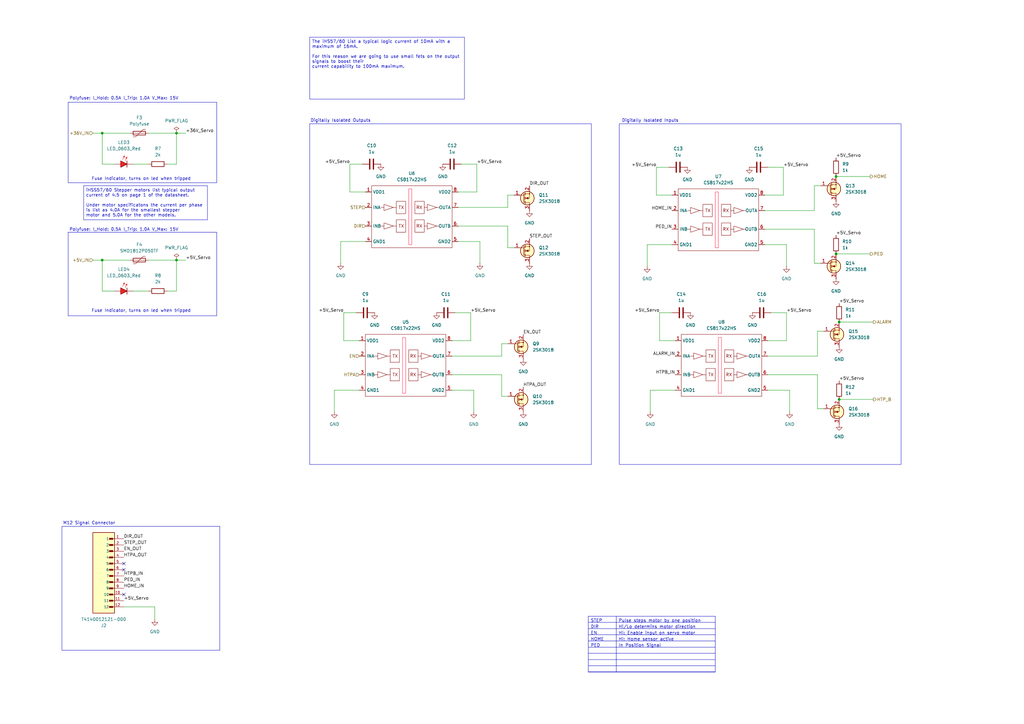
<source format=kicad_sch>
(kicad_sch (version 20250114) (generator "eeschema") (generator_version "9.0")
  (paper "A3")
  (lib_symbols
    (symbol "Device:C" (pin_numbers (hide yes)) (pin_names (offset 0.254))
      (property "Reference" "C" (at 0.635 2.54 0))
      (property "Value" "C" (at 0.635 -2.54 0))
      (symbol "C_0_1"
        (polyline (pts (xy -2.032 0.762) (xy 2.032 0.762)) (stroke (width 0.508)))
        (polyline (pts (xy -2.032 -0.762) (xy 2.032 -0.762)) (stroke (width 0.508)))
      )
      (symbol "C_1_1"
        (pin passive line (at 0 3.81 270) (length 2.794) (name "~") (number "1"))
        (pin passive line (at 0 -3.81 90) (length 2.794) (name "~") (number "2"))
      )
    )
    (symbol "Device:Polyfuse" (pin_numbers (hide yes)) (pin_names (offset 0))
      (property "Reference" "F" (at -2.54 0 90))
      (property "Value" "Polyfuse" (at 2.54 0 90))
      (symbol "Polyfuse_0_1"
        (polyline (pts (xy -1.524 2.54) (xy -1.524 1.524) (xy 1.524 -1.524) (xy 1.524 -2.54)))
        (rectangle (start -0.762 2.54) (end 0.762 -2.54) (stroke (width 0.254)))
        (polyline (pts (xy 0 2.54) (xy 0 -2.54)))
      )
      (symbol "Polyfuse_1_1"
        (pin passive line (at 0 3.81 270) (length 1.27) (name "~") (number "1"))
        (pin passive line (at 0 -3.81 90) (length 1.27) (name "~") (number "2"))
      )
    )
    (symbol "Device:R" (pin_numbers (hide yes)) (pin_names (offset 0))
      (property "Reference" "R" (at 2.032 0 90))
      (property "Value" "R" (at 0 0 90))
      (symbol "R_0_1"
        (rectangle (start -1.016 -2.54) (end 1.016 2.54) (stroke (width 0.254)))
      )
      (symbol "R_1_1"
        (pin passive line (at 0 3.81 270) (length 1.27) (name "~") (number "1"))
        (pin passive line (at 0 -3.81 90) (length 1.27) (name "~") (number "2"))
      )
    )
    (symbol "PCM_LED_AKL:LED_0603_Red" (pin_numbers (hide yes)) (pin_names (offset 1.016) (hide yes))
      (property "Reference" "LED" (at 0 7.62 0))
      (property "Value" "LED_0603_Red" (at 0 5.08 0))
      (symbol "LED_0603_Red_0_1"
        (polyline (pts (xy -1.27 1.27) (xy -1.27 -1.27) (xy 1.27 0) (xy -1.27 1.27)) (stroke (width 0.254)) (fill (type color) (color 240 30 30 1)))
        (polyline (pts (xy -0.508 1.905) (xy 0.254 3.429)) (stroke (width 0.1524) (color 240 30 30 1)))
        (polyline (pts (xy 0.254 2.794) (xy -0.254 3.048) (xy 0.254 3.429) (xy 0.254 2.794)) (stroke (width 0) (color 240 30 30 1)) (fill (type outline)))
        (polyline (pts (xy 0.508 1.397) (xy 1.27 2.921)) (stroke (width 0.1524) (color 240 30 30 1)))
        (polyline (pts (xy 1.27 2.286) (xy 0.762 2.54) (xy 1.27 2.921) (xy 1.27 2.286)) (stroke (width 0.1524) (color 240 30 30 1)) (fill (type outline)))
        (polyline (pts (xy 1.27 1.27) (xy 1.27 -1.27)) (stroke (width 0.254)))
      )
      (symbol "LED_0603_Red_0_2"
        (polyline (pts (xy -2.54 -2.54) (xy -0.889 -0.889)))
        (polyline (pts (xy -1.651 0.889) (xy -2.159 2.413)) (stroke (width 0) (color 240 30 30 1)))
        (polyline (pts (xy -0.889 -0.889) (xy -1.778 0) (xy 0.889 0.889) (xy 0 -1.778) (xy -0.889 -0.889)) (stroke (width 0.254)) (fill (type color) (color 240 30 30 1)))
        (polyline (pts (xy -0.508 1.27) (xy -1.016 2.794)) (stroke (width 0) (color 240 30 30 1)))
        (polyline (pts (xy 0 1.778) (xy 1.778 0)) (stroke (width 0.254)))
        (polyline (pts (xy 0.889 0.889) (xy 2.54 2.54)))
      )
      (symbol "LED_0603_Red_1_1"
        (pin passive line (at -3.81 0 0) (length 2.54) (name "A") (number "2"))
        (pin passive line (at 3.81 0 180) (length 2.54) (name "K") (number "1"))
      )
      (symbol "LED_0603_Red_1_2"
        (polyline (pts (xy -2.159 2.413) (xy -2.286 1.778) (xy -1.6764 1.9812) (xy -2.159 2.413)) (stroke (width 0) (color 240 30 30 1)) (fill (type outline)))
        (polyline (pts (xy -1.016 2.794) (xy -1.143 2.159) (xy -0.5334 2.3622) (xy -1.016 2.794)) (stroke (width 0) (color 240 30 30 1)) (fill (type outline)))
        (pin passive line (at -2.54 -2.54 0) (length 0) (name "A") (number "2"))
        (pin passive line (at 2.54 2.54 180) (length 0) (name "K") (number "1"))
      )
    )
    (symbol "PCM_Transistor_MOSFET_AKL:2SK3018" (pin_names (hide yes))
      (property "Reference" "Q" (at 5.08 1.27 0))
      (property "Value" "2SK3018" (at 5.08 -1.27 0))
      (symbol "2SK3018_0_1"
        (polyline (pts (xy 0.254 1.905) (xy 0.254 -1.905)) (stroke (width 0.254)))
        (polyline (pts (xy 0.254 -1.27) (xy -2.54 -1.27)))
        (polyline (pts (xy 0.762 2.286) (xy 0.762 1.27)) (stroke (width 0.254)))
        (polyline (pts (xy 0.762 0.508) (xy 0.762 -0.508)) (stroke (width 0.254)))
        (polyline (pts (xy 0.762 -1.27) (xy 0.762 -2.286)) (stroke (width 0.254)))
        (polyline (pts (xy 0.762 -1.778) (xy 2.54 -1.778)))
        (polyline (pts (xy 1.016 0) (xy 2.032 0.381) (xy 2.032 -0.381) (xy 1.016 0)) (fill (type outline)))
        (circle (center 1.651 0) (radius 2.794) (stroke (width 0.254)) (fill (type background)))
        (polyline (pts (xy 2.54 2.54) (xy 2.54 1.778)))
        (polyline (pts (xy 2.54 1.778) (xy 0.762 1.778)))
        (circle (center 2.54 -1.778) (radius 0.1778) (fill (type outline)))
        (polyline (pts (xy 2.54 -2.54) (xy 2.54 0) (xy 0.762 0)))
      )
      (symbol "2SK3018_1_1"
        (pin input line (at -3.81 -1.27 0) (length 2.54) (name "G") (number "1"))
        (pin passive line (at 2.54 5.08 270) (length 2.54) (name "D") (number "3"))
        (pin passive line (at 2.54 -5.08 90) (length 2.54) (name "S") (number "2"))
      )
    )
    (symbol "T4140012121-000:T4140012121-000" (pin_names (offset 1.016))
      (property "Reference" "J" (at -3.81 15.875 0))
      (property "Value" "T4140012121-000" (at -3.81 -20.32 0))
      (symbol "T4140012121-000_0_0"
        (rectangle (start -3.81 -17.78) (end 5.08 15.24) (stroke (width 0.254)) (fill (type background)))
        (rectangle (start -3.175 12.3825) (end -1.5875 13.0175) (stroke (width 0.1)) (fill (type outline)))
        (rectangle (start -3.175 9.8425) (end -1.5875 10.4775) (stroke (width 0.1)) (fill (type outline)))
        (rectangle (start -3.175 7.3025) (end -1.5875 7.9375) (stroke (width 0.1)) (fill (type outline)))
        (rectangle (start -3.175 4.7625) (end -1.5875 5.3975) (stroke (width 0.1)) (fill (type outline)))
        (rectangle (start -3.175 2.2225) (end -1.5875 2.8575) (stroke (width 0.1)) (fill (type outline)))
        (rectangle (start -3.175 -0.3175) (end -1.5875 0.3175) (stroke (width 0.1)) (fill (type outline)))
        (rectangle (start -3.175 -2.8575) (end -1.5875 -2.2225) (stroke (width 0.1)) (fill (type outline)))
        (rectangle (start -3.175 -5.3975) (end -1.5875 -4.7625) (stroke (width 0.1)) (fill (type outline)))
        (rectangle (start -3.175 -7.9375) (end -1.5875 -7.3025) (stroke (width 0.1)) (fill (type outline)))
        (rectangle (start -3.175 -10.4775) (end -1.5875 -9.8425) (stroke (width 0.1)) (fill (type outline)))
        (rectangle (start -3.175 -13.0175) (end -1.5875 -12.3825) (stroke (width 0.1)) (fill (type outline)))
        (rectangle (start -3.175 -15.5575) (end -1.5875 -14.9225) (stroke (width 0.1)) (fill (type outline)))
        (pin passive line (at -7.62 12.7 0) (length 5.08) (name "1") (number "1"))
        (pin passive line (at -7.62 10.16 0) (length 5.08) (name "2") (number "2"))
        (pin passive line (at -7.62 7.62 0) (length 5.08) (name "3") (number "3"))
        (pin passive line (at -7.62 5.08 0) (length 5.08) (name "4") (number "4"))
        (pin passive line (at -7.62 2.54 0) (length 5.08) (name "5") (number "5"))
        (pin passive line (at -7.62 0 0) (length 5.08) (name "6") (number "6"))
        (pin passive line (at -7.62 -2.54 0) (length 5.08) (name "7") (number "7"))
        (pin passive line (at -7.62 -5.08 0) (length 5.08) (name "8") (number "8"))
        (pin passive line (at -7.62 -7.62 0) (length 5.08) (name "9") (number "9"))
        (pin passive line (at -7.62 -10.16 0) (length 5.08) (name "10") (number "10"))
        (pin passive line (at -7.62 -12.7 0) (length 5.08) (name "11") (number "11"))
        (pin passive line (at -7.62 -15.24 0) (length 5.08) (name "12") (number "12"))
      )
    )
    (symbol "mega_shield:CS817x20HS"
      (property "Reference" "U" (at 0 0 0))
      (property "Value" "CS817x22HS" (at 0 0 0))
      (symbol "CS817x20HS_0_1"
        (rectangle (start -16.51 12.7) (end 16.51 -12.7))
        (polyline (pts (xy -11.43 3.81) (xy -12.7 3.81)))
        (polyline (pts (xy -11.43 -3.81) (xy -12.7 -3.81)))
        (polyline (pts (xy -7.62 3.81) (xy -11.43 2.54) (xy -11.43 5.08) (xy -7.62 3.81)))
        (polyline (pts (xy -7.62 -3.81) (xy -11.43 -5.08) (xy -11.43 -2.54) (xy -7.62 -3.81)))
        (polyline (pts (xy -6.35 3.81) (xy -7.62 3.81)))
        (polyline (pts (xy -6.35 -3.81) (xy -7.62 -3.81)))
        (polyline (pts (xy -2.54 6.35) (xy -2.54 1.27) (xy -6.35 1.27) (xy -6.35 6.35) (xy -2.54 6.35)))
        (polyline (pts (xy -2.54 -1.27) (xy -2.54 -6.35) (xy -6.35 -6.35) (xy -6.35 -1.27) (xy -2.54 -1.27)))
        (polyline (pts (xy 5.08 6.35) (xy 5.08 1.27) (xy 1.27 1.27) (xy 1.27 6.35) (xy 5.08 6.35)))
        (polyline (pts (xy 5.08 -1.27) (xy 5.08 -6.35) (xy 1.27 -6.35) (xy 1.27 -1.27) (xy 5.08 -1.27)))
        (polyline (pts (xy 6.35 3.81) (xy 5.08 3.81)))
        (polyline (pts (xy 6.35 -3.81) (xy 5.08 -3.81)))
        (polyline (pts (xy 10.16 3.81) (xy 11.43 3.81)))
        (polyline (pts (xy 10.16 3.81) (xy 6.35 2.54) (xy 6.35 5.08) (xy 10.16 3.81)))
        (polyline (pts (xy 10.16 -3.81) (xy 11.43 -3.81)))
        (polyline (pts (xy 10.16 -3.81) (xy 6.35 -2.54) (xy 6.35 -5.08) (xy 10.16 -3.81)))
      )
      (symbol "CS817x20HS_1_1"
        (rectangle (start -1.27 11.43) (end 0 -11.43) (stroke (width 0) (color 255 23 61 1)))
        (text "TX" (at -4.318 3.81 0) (effects (font (size 1.27 1.27))))
        (text "TX" (at -4.318 -3.81 0) (effects (font (size 1.27 1.27))))
        (text "RX" (at 3.048 3.81 0) (effects (font (size 1.27 1.27))))
        (text "RX" (at 3.048 -3.81 0) (effects (font (size 1.27 1.27))))
        (pin power_in line (at -19.05 10.16 0) (length 2.54) (name "VDD1") (number "1"))
        (pin input line (at -19.05 3.81 0) (length 2.54) (name "INA") (number "2"))
        (pin input line (at -19.05 -3.81 0) (length 2.54) (name "INB") (number "3"))
        (pin power_in line (at -19.05 -10.16 0) (length 2.54) (name "GND1") (number "4"))
        (pin power_in line (at 19.05 10.16 180) (length 2.54) (name "VDD2") (number "8"))
        (pin output line (at 19.05 3.81 180) (length 2.54) (name "OUTA") (number "7"))
        (pin output line (at 19.05 -3.81 180) (length 2.54) (name "OUTB") (number "6"))
        (pin output line (at 19.05 -10.16 180) (length 2.54) (name "GND2") (number "5"))
      )
    )
    (symbol "power:GND" (power) (pin_numbers (hide yes)) (pin_names (offset 0) (hide yes))
      (property "Value" "GND" (at 0 -3.81 0))
      (symbol "GND_0_1"
        (polyline (pts (xy 0 0) (xy 0 -1.27) (xy 1.27 -1.27) (xy 0 -2.54) (xy -1.27 -1.27) (xy 0 -1.27)))
      )
      (symbol "GND_1_1"
        (pin power_in line (at 0 0 270) (length 0) (name "~") (number "1"))
      )
    )
    (symbol "power:PWR_FLAG" (power) (pin_numbers (hide yes)) (pin_names (offset 0) (hide yes))
      (property "Value" "PWR_FLAG" (at 0 3.81 0))
      (symbol "PWR_FLAG_0_0"
        (pin power_out line (at 0 0 90) (length 0) (name "~") (number "1"))
      )
      (symbol "PWR_FLAG_0_1"
        (polyline (pts (xy 0 0) (xy 0 1.27) (xy -1.016 1.905) (xy 0 2.54) (xy 1.016 1.905) (xy 0 1.27)))
      )
    )
  )
  (rectangle (start 25.4 215.9) (end 90.17 266.7))
  (rectangle (start 27.94 95.25) (end 88.9 129.54))
  (rectangle (start 27.94 41.91) (end 88.9 74.93))
  (rectangle (start 127 50.8) (end 242.57 190.5))
  (rectangle (start 254 50.8) (end 369.57 190.5))
  (text "Digitally Isolated Inputs" (at 266.7 49.53 0) (effects (font (size 1.27 1.27))))
  (text "M12 Signal Connector" (at 36.576 214.63 0) (effects (font (size 1.27 1.27))))
  (text "Polyfuse: I_Hold: 0.5A I_Trip: 1.0A V_Max: 15V" (at 50.8 94.234 0) (effects (font (size 1.27 1.27))))
  (text "Polyfuse: I_Hold: 0.5A I_Trip: 1.0A V_Max: 15V" (at 50.8 40.386 0) (effects (font (size 1.27 1.27))))
  (text "Digitally Isolated Outputs" (at 139.7 49.53 0) (effects (font (size 1.27 1.27))))
  (text "Fuse Indicator, turns on led when tripped" (at 57.912 127.508 0) (effects (font (size 1.27 1.27))))
  (text "Fuse Indicator, turns on led when tripped" (at 57.912 73.406 0) (effects (font (size 1.27 1.27))))
  (text_box "The iHS57/60 List a typical logic current of 10mA with a maximum of 16mA.\n\nFor this reason we are going to use small fets on the output signals to boost their\ncurrent capability to 100mA maximum." (at 127 15.24 0) (size 63.5 25.4) (margins 0.9525 0.9525 0.9525 0.9525) (effects (font (size 1.27 1.27)) (justify left top)))
  (text_box "iHSS57/60 Stepper motors list typical output current of 4.5 on page 1 of the datasheet.\n\nUnder motor specificatons the current per phase is list as 4.0A for the smallest stepper\nmotor and 5.0A for the other models.\n" (at 34.29 76.2 0) (size 50.8 13.97) (margins 0.9525 0.9525 0.9525 0.9525) (effects (font (size 1.27 1.27)) (justify left top)))
  (junction (at 342.9 104.14))
  (junction (at 41.91 106.68))
  (junction (at 342.9 72.39))
  (junction (at 41.91 54.61))
  (junction (at 344.17 132.08))
  (junction (at 344.17 163.83))
  (junction (at 72.39 106.68))
  (junction (at 72.39 54.61))
  (no_connect (at 50.8 233.68))
  (no_connect (at 50.8 231.14))
  (no_connect (at 50.8 243.84))
  (wire (pts (xy 140.97 139.7) (xy 147.32 139.7)))
  (wire (pts (xy 60.96 54.61) (xy 72.39 54.61)))
  (wire (pts (xy 314.96 153.67) (xy 335.28 153.67)))
  (wire (pts (xy 187.96 99.06) (xy 196.85 99.06)))
  (wire (pts (xy 208.28 85.09) (xy 187.96 85.09)))
  (wire (pts (xy 187.96 92.71) (xy 208.28 92.71)))
  (wire (pts (xy 194.31 168.91) (xy 194.31 160.02)))
  (wire (pts (xy 143.51 67.31) (xy 143.51 78.74)))
  (wire (pts (xy 269.24 68.58) (xy 269.24 80.01)))
  (wire (pts (xy 139.7 99.06) (xy 139.7 107.95)))
  (wire (pts (xy 313.69 100.33) (xy 322.58 100.33)))
  (wire (pts (xy 208.28 80.01) (xy 208.28 85.09)))
  (wire (pts (xy 274.32 68.58) (xy 269.24 68.58)))
  (wire (pts (xy 41.91 67.31) (xy 41.91 54.61)))
  (wire (pts (xy 336.55 76.2) (xy 334.01 76.2)))
  (wire (pts (xy 269.24 80.01) (xy 275.59 80.01)))
  (wire (pts (xy 270.51 139.7) (xy 276.86 139.7)))
  (wire (pts (xy 41.91 106.68) (xy 53.34 106.68)))
  (wire (pts (xy 38.1 106.68) (xy 41.91 106.68)))
  (wire (pts (xy 196.85 107.95) (xy 196.85 99.06)))
  (wire (pts (xy 146.05 128.27) (xy 140.97 128.27)))
  (wire (pts (xy 344.17 132.08) (xy 358.14 132.08)))
  (wire (pts (xy 313.69 93.98) (xy 334.01 93.98)))
  (wire (pts (xy 210.82 101.6) (xy 208.28 101.6)))
  (wire (pts (xy 72.39 54.61) (xy 76.2 54.61)))
  (wire (pts (xy 50.8 248.92) (xy 63.5 248.92)))
  (wire (pts (xy 205.74 140.97) (xy 205.74 146.05)))
  (wire (pts (xy 186.69 128.27) (xy 193.04 128.27)))
  (wire (pts (xy 46.99 119.38) (xy 41.91 119.38)))
  (wire (pts (xy 60.96 106.68) (xy 72.39 106.68)))
  (wire (pts (xy 193.04 139.7) (xy 185.42 139.7)))
  (wire (pts (xy 41.91 106.68) (xy 41.91 119.38)))
  (wire (pts (xy 322.58 128.27) (xy 322.58 139.7)))
  (wire (pts (xy 63.5 248.92) (xy 63.5 254)))
  (wire (pts (xy 72.39 106.68) (xy 76.2 106.68)))
  (wire (pts (xy 208.28 101.6) (xy 208.28 92.71)))
  (wire (pts (xy 195.58 78.74) (xy 187.96 78.74)))
  (wire (pts (xy 335.28 167.64) (xy 335.28 153.67)))
  (wire (pts (xy 322.58 109.22) (xy 322.58 100.33)))
  (wire (pts (xy 68.58 67.31) (xy 72.39 67.31)))
  (wire (pts (xy 68.58 119.38) (xy 72.39 119.38)))
  (wire (pts (xy 148.59 67.31) (xy 143.51 67.31)))
  (wire (pts (xy 275.59 100.33) (xy 265.43 100.33)))
  (wire (pts (xy 189.23 67.31) (xy 195.58 67.31)))
  (wire (pts (xy 140.97 128.27) (xy 140.97 139.7)))
  (wire (pts (xy 337.82 135.89) (xy 335.28 135.89)))
  (wire (pts (xy 54.61 119.38) (xy 60.96 119.38)))
  (wire (pts (xy 322.58 139.7) (xy 314.96 139.7)))
  (wire (pts (xy 205.74 146.05) (xy 185.42 146.05)))
  (wire (pts (xy 342.9 72.39) (xy 356.87 72.39)))
  (wire (pts (xy 275.59 128.27) (xy 270.51 128.27)))
  (wire (pts (xy 334.01 76.2) (xy 334.01 86.36)))
  (wire (pts (xy 210.82 80.01) (xy 208.28 80.01)))
  (wire (pts (xy 195.58 67.31) (xy 195.58 78.74)))
  (wire (pts (xy 143.51 78.74) (xy 149.86 78.74)))
  (wire (pts (xy 265.43 100.33) (xy 265.43 109.22)))
  (wire (pts (xy 337.82 167.64) (xy 335.28 167.64)))
  (wire (pts (xy 270.51 128.27) (xy 270.51 139.7)))
  (wire (pts (xy 149.86 99.06) (xy 139.7 99.06)))
  (wire (pts (xy 323.85 168.91) (xy 323.85 160.02)))
  (wire (pts (xy 54.61 67.31) (xy 60.96 67.31)))
  (wire (pts (xy 72.39 67.31) (xy 72.39 54.61)))
  (wire (pts (xy 335.28 135.89) (xy 335.28 146.05)))
  (wire (pts (xy 193.04 128.27) (xy 193.04 139.7)))
  (wire (pts (xy 185.42 153.67) (xy 205.74 153.67)))
  (wire (pts (xy 41.91 54.61) (xy 53.34 54.61)))
  (wire (pts (xy 344.17 163.83) (xy 358.14 163.83)))
  (wire (pts (xy 316.23 128.27) (xy 322.58 128.27)))
  (wire (pts (xy 185.42 160.02) (xy 194.31 160.02)))
  (wire (pts (xy 314.96 68.58) (xy 321.31 68.58)))
  (wire (pts (xy 137.16 160.02) (xy 137.16 168.91)))
  (wire (pts (xy 205.74 162.56) (xy 205.74 153.67)))
  (wire (pts (xy 46.99 67.31) (xy 41.91 67.31)))
  (wire (pts (xy 336.55 107.95) (xy 334.01 107.95)))
  (wire (pts (xy 208.28 162.56) (xy 205.74 162.56)))
  (wire (pts (xy 321.31 80.01) (xy 313.69 80.01)))
  (wire (pts (xy 276.86 160.02) (xy 266.7 160.02)))
  (wire (pts (xy 321.31 68.58) (xy 321.31 80.01)))
  (wire (pts (xy 266.7 160.02) (xy 266.7 168.91)))
  (wire (pts (xy 334.01 86.36) (xy 313.69 86.36)))
  (wire (pts (xy 208.28 140.97) (xy 205.74 140.97)))
  (wire (pts (xy 334.01 107.95) (xy 334.01 93.98)))
  (wire (pts (xy 147.32 160.02) (xy 137.16 160.02)))
  (wire (pts (xy 342.9 104.14) (xy 356.87 104.14)))
  (wire (pts (xy 314.96 160.02) (xy 323.85 160.02)))
  (wire (pts (xy 38.1 54.61) (xy 41.91 54.61)))
  (wire (pts (xy 72.39 106.68) (xy 72.39 119.38)))
  (wire (pts (xy 335.28 146.05) (xy 314.96 146.05)))
  (table (column_count 2) (border (external yes) (header yes)) (separators (rows yes) (cols yes)) (column_widths 11.43 40.64) (row_heights 2.54 2.54 2.54 2.54 2.54 2.54 2.54 2.54 2.54 0) (cells (table_cell "STEP" (at 241.3 252.73 0) (size 11.43 2.54) (margins 0.9525 0.9525 0.9525 0.9525) (span 1 1)) (table_cell "Pulse steps motor by one position" (at 252.73 252.73 0) (size 40.64 2.54) (margins 0.9525 0.9525 0.9525 0.9525) (span 1 1)) (table_cell "DIR" (at 241.3 255.27 0) (size 11.43 2.54) (margins 0.9525 0.9525 0.9525 0.9525) (span 1 1)) (table_cell "Hi/Lo determins motor direction" (at 252.73 255.27 0) (size 40.64 2.54) (margins 0.9525 0.9525 0.9525 0.9525) (span 1 1)) (table_cell "EN" (at 241.3 257.81 0) (size 11.43 2.54) (margins 0.9525 0.9525 0.9525 0.9525) (span 1 1)) (table_cell "Hi: Enable input on servo motor" (at 252.73 257.81 0) (size 40.64 2.54) (margins 0.9525 0.9525 0.9525 0.9525) (span 1 1)) (table_cell "HOME" (at 241.3 260.35 0) (size 11.43 2.54) (margins 0.9525 0.9525 0.9525 0.9525) (span 1 1)) (table_cell "Hi: Home sensor active" (at 252.73 260.35 0) (size 40.64 2.54) (margins 0.9525 0.9525 0.9525 0.9525) (span 1 1)) (table_cell "PED" (at 241.3 262.89 0) (size 11.43 2.54) (margins 0.9525 0.9525 0.9525 0.9525) (span 1 1)) (table_cell "In Position Signal" (at 252.73 262.89 0) (size 40.64 2.54) (margins 0.9525 0.9525 0.9525 0.9525) (span 1 1)) (table_cell "" (at 241.3 265.43 0) (size 11.43 2.54) (margins 0.9525 0.9525 0.9525 0.9525) (span 1 1)) (table_cell "" (at 252.73 265.43 0) (size 40.64 2.54) (margins 0.9525 0.9525 0.9525 0.9525) (span 1 1)) (table_cell "" (at 241.3 267.97 0) (size 11.43 2.54) (margins 0.9525 0.9525 0.9525 0.9525) (span 1 1)) (table_cell "" (at 252.73 267.97 0) (size 40.64 2.54) (margins 0.9525 0.9525 0.9525 0.9525) (span 1 1)) (table_cell "" (at 241.3 270.51 0) (size 11.43 2.54) (margins 0.9525 0.9525 0.9525 0.9525) (span 1 1)) (table_cell "" (at 252.73 270.51 0) (size 40.64 2.54) (margins 0.9525 0.9525 0.9525 0.9525) (span 1 1)) (table_cell "" (at 241.3 273.05 0) (size 11.43 2.54) (margins 0.9525 0.9525 0.9525 0.9525) (span 1 1)) (table_cell "" (at 252.73 273.05 0) (size 40.64 2.54) (margins 0.9525 0.9525 0.9525 0.9525) (span 1 1)) (table_cell "" (at 241.3 275.59 0) (size 11.43 0) (margins 0.9525 0.9525 0.9525 0.9525) (span 1 1)) (table_cell "" (at 252.73 275.59 0) (size 40.64 0) (margins 0.9525 0.9525 0.9525 0.9525) (span 1 1))))
  (label "+5V_Servo" (at 269.24 68.58 180))
  (label "+5V_Servo" (at 342.9 64.77 0))
  (label "+5V_Servo" (at 270.51 128.27 180))
  (label "PED_IN" (at 275.59 93.98 180))
  (label "+5V_Servo" (at 195.58 67.31 0))
  (label "ALARM_IN" (at 276.86 146.05 180))
  (label "+5V_Servo" (at 76.2 106.68 0))
  (label "HOME_IN" (at 50.8 241.3 0))
  (label "+5V_Servo" (at 193.04 128.27 0))
  (label "+5V_Servo" (at 344.17 156.21 0))
  (label "EN_OUT" (at 50.8 226.06 0))
  (label "+5V_Servo" (at 342.9 96.52 0))
  (label "+5V_Servo" (at 50.8 246.38 0))
  (label "HTPA_OUT" (at 50.8 228.6 0))
  (label "STEP_OUT" (at 217.17 97.79 0))
  (label "+5V_Servo" (at 344.17 124.46 0))
  (label "+5V_Servo" (at 322.58 128.27 0))
  (label "+5V_Servo" (at 140.97 128.27 180))
  (label "HTPB_IN" (at 50.8 236.22 0))
  (label "HTPA_OUT" (at 214.63 158.75 0))
  (label "+5V_Servo" (at 143.51 67.31 180))
  (label "HOME_IN" (at 275.59 86.36 180))
  (label "EN_OUT" (at 214.63 137.16 0))
  (label "PED_IN" (at 50.8 238.76 0))
  (label "HTPB_IN" (at 276.86 153.67 180))
  (label "+5V_Servo" (at 321.31 68.58 0))
  (label "+36V_Servo" (at 76.2 54.61 0))
  (label "STEP_OUT" (at 50.8 223.52 0))
  (label "DIR_OUT" (at 217.17 76.2 0))
  (label "DIR_OUT" (at 50.8 220.98 0))
  (hierarchical_label "HTPA" (shape input) (at 147.32 153.67 180))
  (hierarchical_label "HOME" (shape output) (at 356.87 72.39 0))
  (hierarchical_label "ALARM" (shape output) (at 358.14 132.08 0))
  (hierarchical_label "+36V_IN" (shape input) (at 38.1 54.61 180))
  (hierarchical_label "HTP_B" (shape output) (at 358.14 163.83 0))
  (hierarchical_label "STEP" (shape input) (at 149.86 85.09 180))
  (hierarchical_label "DIR" (shape input) (at 149.86 92.71 180))
  (hierarchical_label "EN" (shape input) (at 147.32 146.05 180))
  (hierarchical_label "PED" (shape output) (at 356.87 104.14 0))
  (hierarchical_label "+5V_IN" (shape input) (at 38.1 106.68 180))
  (symbol (lib_id "mega_shield:CS817x20HS") (at 295.91 149.86 0) (unit 1)
    (property "Reference" "U4" (at 295.91 132.08 0))
    (property "Value" "CS817x22HS" (at 295.91 134.62 0))
    (property "Footprint" "Package_SO:SOIC-8_3.9x4.9mm_P1.27mm" (effects (hide yes)))
    (property "Description" "Low-Power Dual-Channel Digital Isolator" (effects (hide yes)))
    (instances (project "mega_shield" (path "" (reference "U8") (unit 1)) (path "" (reference "U4") (unit 1))))
  )
  (symbol (lib_id "power:GND") (at 139.7 107.95 0) (unit 1)
    (property "Reference" "#PWR" (effects (hide yes)))
    (property "Value" "GND" (at 139.7 113.03 0))
    (property "Description" "Power symbol creates a global label with name \"GND\" , ground" (effects (hide yes)))
    (instances (project "mega_shield" (path "" (reference "#PWR031") (unit 1))))
  )
  (symbol (lib_id "T4140012121-000:T4140012121-000") (at 43.18 233.68 0) (mirror y) (unit 1)
    (property "Reference" "J" (at 42.545 256.54 0))
    (property "Value" "T4140012121-000" (at 42.545 254 0))
    (property "Footprint" "T4140012121-000:TE_T4140012121-000" (effects (hide yes)))
    (property "PARTREV" "B" (effects (hide yes)))
    (property "STANDARD" "Manufacturer Recommendations" (effects (hide yes)))
    (property "MAXIMUM_PACKAGE_HEIGHT" "23mm" (effects (hide yes)))
    (property "MANUFACTURER" "TE Connectivity" (effects (hide yes)))
    (instances (project "mega_shield" (path "" (reference "J2") (unit 1))))
  )
  (symbol (lib_id "power:GND") (at 344.17 173.99 0) (unit 1)
    (property "Reference" "#PWR027" (effects (hide yes)))
    (property "Value" "GND" (at 344.17 179.07 0))
    (property "Description" "Power symbol creates a global label with name \"GND\" , ground" (effects (hide yes)))
    (instances (project "mega_shield" (path "" (reference "#PWR053") (unit 1)) (path "" (reference "#PWR027") (unit 1))))
  )
  (symbol (lib_id "Device:C") (at 312.42 128.27 90) (unit 1)
    (property "Reference" "C8" (at 312.42 120.65 90))
    (property "Value" "1u" (at 312.42 123.19 90))
    (property "Description" "Unpolarized capacitor" (effects (hide yes)))
    (instances (project "mega_shield" (path "" (reference "C16") (unit 1)) (path "" (reference "C8") (unit 1))))
  )
  (symbol (lib_id "PCM_Transistor_MOSFET_AKL:2SK3018") (at 212.09 163.83 0) (mirror x) (unit 1)
    (property "Reference" "Q4" (at 218.44 162.5599 0) (effects (justify left)))
    (property "Value" "2SK3018" (at 218.44 165.0999 0) (effects (justify left)))
    (property "Footprint" "PCM_Package_TO_SOT_SMD_AKL:SOT-323_SC-70" (effects (hide yes)))
    (property "Datasheet" "https://www.tme.eu/Document/b7f69991697dc3f1bab7ef8aaf2c7541/2SK3018.pdf" (effects (hide yes)))
    (property "Description" "SOT-323 N-MOSFET enchancement mode transistor, 30V, 100mA, 200mW, Alternate KiCAD Library" (effects (hide yes)))
    (instances (project "mega_shield" (path "" (reference "Q10") (unit 1)) (path "" (reference "Q4") (unit 1))))
  )
  (symbol (lib_id "PCM_LED_AKL:LED_0603_Red") (at 50.8 119.38 0) (unit 1)
    (property "Reference" "LED2" (at 50.8 110.49 0))
    (property "Value" "LED_0603_Red" (at 50.8 113.03 0))
    (property "Footprint" "PCM_LED_SMD_AKL:LED_0603_1608Metric" (effects (hide yes)))
    (property "Description" "Red SMD LED, 0603, Alternate KiCad Library" (effects (hide yes)))
    (property "jlcpcb" "C94743" (effects (hide yes)))
    (instances (project "mega_shield" (path "" (reference "LED4") (unit 1)) (path "" (reference "LED2") (unit 1))))
  )
  (symbol (lib_id "PCM_Transistor_MOSFET_AKL:2SK3018") (at 341.63 168.91 0) (mirror x) (unit 1)
    (property "Reference" "Q8" (at 347.98 167.6399 0) (effects (justify left)))
    (property "Value" "2SK3018" (at 347.98 170.1799 0) (effects (justify left)))
    (property "Footprint" "PCM_Package_TO_SOT_SMD_AKL:SOT-323_SC-70" (effects (hide yes)))
    (property "Datasheet" "https://www.tme.eu/Document/b7f69991697dc3f1bab7ef8aaf2c7541/2SK3018.pdf" (effects (hide yes)))
    (property "Description" "SOT-323 N-MOSFET enchancement mode transistor, 30V, 100mA, 200mW, Alternate KiCAD Library" (effects (hide yes)))
    (instances (project "mega_shield" (path "" (reference "Q16") (unit 1)) (path "" (reference "Q8") (unit 1))))
  )
  (symbol (lib_id "power:GND") (at 214.63 147.32 0) (unit 1)
    (property "Reference" "#PWR014" (effects (hide yes)))
    (property "Value" "GND" (at 214.63 152.4 0))
    (property "Description" "Power symbol creates a global label with name \"GND\" , ground" (effects (hide yes)))
    (instances (project "mega_shield" (path "" (reference "#PWR038") (unit 1)) (path "" (reference "#PWR014") (unit 1))))
  )
  (symbol (lib_id "mega_shield:CS817x20HS") (at 166.37 149.86 0) (unit 1)
    (property "Reference" "U2" (at 166.37 132.08 0))
    (property "Value" "CS817x22HS" (at 166.37 134.62 0))
    (property "Footprint" "Package_SO:SOIC-8_3.9x4.9mm_P1.27mm" (effects (hide yes)))
    (property "Description" "Low-Power Dual-Channel Digital Isolator" (effects (hide yes)))
    (instances (project "mega_shield" (path "" (reference "U5") (unit 1)) (path "" (reference "U2") (unit 1))))
  )
  (symbol (lib_id "power:GND") (at 217.17 107.95 0) (unit 1)
    (property "Reference" "#PWR06" (effects (hide yes)))
    (property "Value" "GND" (at 217.17 113.03 0))
    (property "Description" "Power symbol creates a global label with name \"GND\" , ground" (effects (hide yes)))
    (instances (project "mega_shield" (path "" (reference "#PWR041") (unit 1)) (path "" (reference "#PWR06") (unit 1))))
  )
  (symbol (lib_id "power:GND") (at 214.63 168.91 0) (unit 1)
    (property "Reference" "#PWR015" (effects (hide yes)))
    (property "Value" "GND" (at 214.63 173.99 0))
    (property "Description" "Power symbol creates a global label with name \"GND\" , ground" (effects (hide yes)))
    (instances (project "mega_shield" (path "" (reference "#PWR039") (unit 1)) (path "" (reference "#PWR015") (unit 1))))
  )
  (symbol (lib_id "power:GND") (at 342.9 82.55 0) (unit 1)
    (property "Reference" "#PWR020" (effects (hide yes)))
    (property "Value" "GND" (at 342.9 87.63 0))
    (property "Description" "Power symbol creates a global label with name \"GND\" , ground" (effects (hide yes)))
    (instances (project "mega_shield" (path "" (reference "#PWR050") (unit 1)) (path "" (reference "#PWR020") (unit 1))))
  )
  (symbol (lib_id "power:GND") (at 181.61 67.31 0) (unit 1)
    (property "Reference" "#PWR08" (effects (hide yes)))
    (property "Value" "GND" (at 181.61 72.39 0))
    (property "Description" "Power symbol creates a global label with name \"GND\" , ground" (effects (hide yes)))
    (instances (project "mega_shield" (path "" (reference "#PWR035") (unit 1)) (path "" (reference "#PWR08") (unit 1))))
  )
  (symbol (lib_id "Device:R") (at 344.17 160.02 0) (unit 1)
    (property "Reference" "R4" (at 346.71 158.7499 0) (effects (justify left)))
    (property "Value" "1k" (at 346.71 161.2899 0) (effects (justify left)))
    (property "Description" "Resistor" (effects (hide yes)))
    (instances (project "mega_shield" (path "" (reference "R12") (unit 1)) (path "" (reference "R4") (unit 1))))
  )
  (symbol (lib_id "Device:R") (at 342.9 100.33 0) (unit 1)
    (property "Reference" "R2" (at 345.44 99.0599 0) (effects (justify left)))
    (property "Value" "1k" (at 345.44 101.5999 0) (effects (justify left)))
    (property "Description" "Resistor" (effects (hide yes)))
    (instances (project "mega_shield" (path "" (reference "R10") (unit 1)) (path "" (reference "R2") (unit 1))))
  )
  (symbol (lib_id "Device:C") (at 149.86 128.27 90) (unit 1)
    (property "Reference" "C3" (at 149.86 120.65 90))
    (property "Value" "1u" (at 149.86 123.19 90))
    (property "Description" "Unpolarized capacitor" (effects (hide yes)))
    (instances (project "mega_shield" (path "" (reference "C9") (unit 1)) (path "" (reference "C3") (unit 1))))
  )
  (symbol (lib_id "Device:C") (at 311.15 68.58 90) (unit 1)
    (property "Reference" "C6" (at 311.15 60.96 90))
    (property "Value" "1u" (at 311.15 63.5 90))
    (property "Description" "Unpolarized capacitor" (effects (hide yes)))
    (instances (project "mega_shield" (path "" (reference "C15") (unit 1)) (path "" (reference "C6") (unit 1))))
  )
  (symbol (lib_id "power:GND") (at 265.43 109.22 0) (unit 1)
    (property "Reference" "#PWR016" (effects (hide yes)))
    (property "Value" "GND" (at 265.43 114.3 0))
    (property "Description" "Power symbol creates a global label with name \"GND\" , ground" (effects (hide yes)))
    (instances (project "mega_shield" (path "" (reference "#PWR042") (unit 1)) (path "" (reference "#PWR016") (unit 1))))
  )
  (symbol (lib_id "mega_shield:CS817x20HS") (at 294.64 90.17 0) (unit 1)
    (property "Reference" "U3" (at 294.64 72.39 0))
    (property "Value" "CS817x22HS" (at 294.64 74.93 0))
    (property "Footprint" "Package_SO:SOIC-8_3.9x4.9mm_P1.27mm" (effects (hide yes)))
    (property "Description" "Low-Power Dual-Channel Digital Isolator" (effects (hide yes)))
    (instances (project "mega_shield" (path "" (reference "U7") (unit 1)) (path "" (reference "U3") (unit 1))))
  )
  (symbol (lib_id "Device:C") (at 182.88 128.27 90) (unit 1)
    (property "Reference" "C4" (at 182.88 120.65 90))
    (property "Value" "1u" (at 182.88 123.19 90))
    (property "Description" "Unpolarized capacitor" (effects (hide yes)))
    (instances (project "mega_shield" (path "" (reference "C11") (unit 1)) (path "" (reference "C4") (unit 1))))
  )
  (symbol (lib_id "power:GND") (at 196.85 107.95 0) (unit 1)
    (property "Reference" "#PWR05" (effects (hide yes)))
    (property "Value" "GND" (at 196.85 113.03 0))
    (property "Description" "Power symbol creates a global label with name \"GND\" , ground" (effects (hide yes)))
    (instances (project "mega_shield" (path "" (reference "#PWR037") (unit 1)) (path "" (reference "#PWR05") (unit 1))))
  )
  (symbol (lib_id "power:GND") (at 156.21 67.31 0) (unit 1)
    (property "Reference" "#PWR09" (effects (hide yes)))
    (property "Value" "GND" (at 156.21 72.39 0))
    (property "Description" "Power symbol creates a global label with name \"GND\" , ground" (effects (hide yes)))
    (instances (project "mega_shield" (path "" (reference "#PWR033") (unit 1)) (path "" (reference "#PWR09") (unit 1))))
  )
  (symbol (lib_id "power:GND") (at 344.17 142.24 0) (unit 1)
    (property "Reference" "#PWR026" (effects (hide yes)))
    (property "Value" "GND" (at 344.17 147.32 0))
    (property "Description" "Power symbol creates a global label with name \"GND\" , ground" (effects (hide yes)))
    (instances (project "mega_shield" (path "" (reference "#PWR052") (unit 1)) (path "" (reference "#PWR026") (unit 1))))
  )
  (symbol (lib_id "Device:C") (at 185.42 67.31 90) (unit 1)
    (property "Reference" "C2" (at 185.42 59.69 90))
    (property "Value" "1u" (at 185.42 62.23 90))
    (property "Description" "Unpolarized capacitor" (effects (hide yes)))
    (instances (project "mega_shield" (path "" (reference "C12") (unit 1)) (path "" (reference "C2") (unit 1))))
  )
  (symbol (lib_id "PCM_Transistor_MOSFET_AKL:2SK3018") (at 340.36 109.22 0) (mirror x) (unit 1)
    (property "Reference" "Q6" (at 346.71 107.9499 0) (effects (justify left)))
    (property "Value" "2SK3018" (at 346.71 110.4899 0) (effects (justify left)))
    (property "Footprint" "PCM_Package_TO_SOT_SMD_AKL:SOT-323_SC-70" (effects (hide yes)))
    (property "Datasheet" "https://www.tme.eu/Document/b7f69991697dc3f1bab7ef8aaf2c7541/2SK3018.pdf" (effects (hide yes)))
    (property "Description" "SOT-323 N-MOSFET enchancement mode transistor, 30V, 100mA, 200mW, Alternate KiCAD Library" (effects (hide yes)))
    (instances (project "mega_shield" (path "" (reference "Q14") (unit 1)) (path "" (reference "Q6") (unit 1))))
  )
  (symbol (lib_id "power:GND") (at 308.61 128.27 0) (unit 1)
    (property "Reference" "#PWR024" (effects (hide yes)))
    (property "Value" "GND" (at 308.61 133.35 0))
    (property "Description" "Power symbol creates a global label with name \"GND\" , ground" (effects (hide yes)))
    (instances (project "mega_shield" (path "" (reference "#PWR047") (unit 1)) (path "" (reference "#PWR024") (unit 1))))
  )
  (symbol (lib_id "power:GND") (at 283.21 128.27 0) (unit 1)
    (property "Reference" "#PWR023" (effects (hide yes)))
    (property "Value" "GND" (at 283.21 133.35 0))
    (property "Description" "Power symbol creates a global label with name \"GND\" , ground" (effects (hide yes)))
    (instances (project "mega_shield" (path "" (reference "#PWR045") (unit 1)) (path "" (reference "#PWR023") (unit 1))))
  )
  (symbol (lib_id "PCM_Transistor_MOSFET_AKL:2SK3018") (at 212.09 142.24 0) (mirror x) (unit 1)
    (property "Reference" "Q3" (at 218.44 140.9699 0) (effects (justify left)))
    (property "Value" "2SK3018" (at 218.44 143.5099 0) (effects (justify left)))
    (property "Footprint" "PCM_Package_TO_SOT_SMD_AKL:SOT-323_SC-70" (effects (hide yes)))
    (property "Datasheet" "https://www.tme.eu/Document/b7f69991697dc3f1bab7ef8aaf2c7541/2SK3018.pdf" (effects (hide yes)))
    (property "Description" "SOT-323 N-MOSFET enchancement mode transistor, 30V, 100mA, 200mW, Alternate KiCAD Library" (effects (hide yes)))
    (instances (project "mega_shield" (path "" (reference "Q9") (unit 1)) (path "" (reference "Q3") (unit 1))))
  )
  (symbol (lib_id "PCM_LED_AKL:LED_0603_Red") (at 50.8 67.31 0) (unit 1)
    (property "Reference" "LED" (at 50.8 58.42 0))
    (property "Value" "LED_0603_Red" (at 50.8 60.96 0))
    (property "Footprint" "PCM_LED_SMD_AKL:LED_0603_1608Metric" (effects (hide yes)))
    (property "Description" "Red SMD LED, 0603, Alternate KiCad Library" (effects (hide yes)))
    (property "jlcpcb" "C94743" (effects (hide yes)))
    (instances (project "mega_shield" (path "" (reference "LED3") (unit 1))))
  )
  (symbol (lib_id "power:PWR_FLAG") (at 72.39 54.61 0) (unit 1)
    (property "Reference" "#FLG05" (effects (hide yes)))
    (property "Value" "PWR_FLAG" (at 72.39 49.53 0))
    (property "Description" "Special symbol for telling ERC where power comes from" (effects (hide yes)))
    (instances (project "mega_shield" (path "" (reference "#FLG06") (unit 1)) (path "" (reference "#FLG05") (unit 1))))
  )
  (symbol (lib_id "power:GND") (at 63.5 254 0) (unit 1)
    (property "Reference" "#PWR028" (effects (hide yes)))
    (property "Value" "GND" (at 63.5 259.08 0))
    (property "Description" "Power symbol creates a global label with name \"GND\" , ground" (effects (hide yes)))
    (instances (project "mega_shield" (path "" (reference "#PWR029") (unit 1)) (path "" (reference "#PWR028") (unit 1))))
  )
  (symbol (lib_id "Device:C") (at 278.13 68.58 90) (unit 1)
    (property "Reference" "C5" (at 278.13 60.96 90))
    (property "Value" "1u" (at 278.13 63.5 90))
    (property "Description" "Unpolarized capacitor" (effects (hide yes)))
    (instances (project "mega_shield" (path "" (reference "C13") (unit 1)) (path "" (reference "C5") (unit 1))))
  )
  (symbol (lib_id "PCM_Transistor_MOSFET_AKL:2SK3018") (at 341.63 137.16 0) (mirror x) (unit 1)
    (property "Reference" "Q7" (at 347.98 135.8899 0) (effects (justify left)))
    (property "Value" "2SK3018" (at 347.98 138.4299 0) (effects (justify left)))
    (property "Footprint" "PCM_Package_TO_SOT_SMD_AKL:SOT-323_SC-70" (effects (hide yes)))
    (property "Datasheet" "https://www.tme.eu/Document/b7f69991697dc3f1bab7ef8aaf2c7541/2SK3018.pdf" (effects (hide yes)))
    (property "Description" "SOT-323 N-MOSFET enchancement mode transistor, 30V, 100mA, 200mW, Alternate KiCAD Library" (effects (hide yes)))
    (instances (project "mega_shield" (path "" (reference "Q15") (unit 1)) (path "" (reference "Q7") (unit 1))))
  )
  (symbol (lib_id "Device:C") (at 279.4 128.27 90) (unit 1)
    (property "Reference" "C7" (at 279.4 120.65 90))
    (property "Value" "1u" (at 279.4 123.19 90))
    (property "Description" "Unpolarized capacitor" (effects (hide yes)))
    (instances (project "mega_shield" (path "" (reference "C14") (unit 1)) (path "" (reference "C7") (unit 1))))
  )
  (symbol (lib_id "power:GND") (at 307.34 68.58 0) (unit 1)
    (property "Reference" "#PWR018" (effects (hide yes)))
    (property "Value" "GND" (at 307.34 73.66 0))
    (property "Description" "Power symbol creates a global label with name \"GND\" , ground" (effects (hide yes)))
    (instances (project "mega_shield" (path "" (reference "#PWR046") (unit 1)) (path "" (reference "#PWR018") (unit 1))))
  )
  (symbol (lib_id "power:PWR_FLAG") (at 72.39 106.68 0) (unit 1)
    (property "Reference" "#FLG" (effects (hide yes)))
    (property "Value" "PWR_FLAG" (at 72.39 101.6 0))
    (property "Description" "Special symbol for telling ERC where power comes from" (effects (hide yes)))
    (instances (project "mega_shield" (path "" (reference "#FLG07") (unit 1))))
  )
  (symbol (lib_id "PCM_Transistor_MOSFET_AKL:2SK3018") (at 214.63 102.87 0) (mirror x) (unit 1)
    (property "Reference" "Q2" (at 220.98 101.5999 0) (effects (justify left)))
    (property "Value" "2SK3018" (at 220.98 104.1399 0) (effects (justify left)))
    (property "Footprint" "PCM_Package_TO_SOT_SMD_AKL:SOT-323_SC-70" (effects (hide yes)))
    (property "Datasheet" "https://www.tme.eu/Document/b7f69991697dc3f1bab7ef8aaf2c7541/2SK3018.pdf" (effects (hide yes)))
    (property "Description" "SOT-323 N-MOSFET enchancement mode transistor, 30V, 100mA, 200mW, Alternate KiCAD Library" (effects (hide yes)))
    (instances (project "mega_shield" (path "" (reference "Q12") (unit 1)) (path "" (reference "Q2") (unit 1))))
  )
  (symbol (lib_id "power:GND") (at 322.58 109.22 0) (unit 1)
    (property "Reference" "#PWR019" (effects (hide yes)))
    (property "Value" "GND" (at 322.58 114.3 0))
    (property "Description" "Power symbol creates a global label with name \"GND\" , ground" (effects (hide yes)))
    (instances (project "mega_shield" (path "" (reference "#PWR048") (unit 1)) (path "" (reference "#PWR019") (unit 1))))
  )
  (symbol (lib_id "Device:C") (at 152.4 67.31 90) (unit 1)
    (property "Reference" "C" (at 152.4 59.69 90))
    (property "Value" "1u" (at 152.4 62.23 90))
    (property "Description" "Unpolarized capacitor" (effects (hide yes)))
    (instances (project "mega_shield" (path "" (reference "C10") (unit 1))))
  )
  (symbol (lib_id "power:GND") (at 153.67 128.27 0) (unit 1)
    (property "Reference" "#PWR011" (effects (hide yes)))
    (property "Value" "GND" (at 153.67 133.35 0))
    (property "Description" "Power symbol creates a global label with name \"GND\" , ground" (effects (hide yes)))
    (instances (project "mega_shield" (path "" (reference "#PWR032") (unit 1)) (path "" (reference "#PWR011") (unit 1))))
  )
  (symbol (lib_id "power:GND") (at 266.7 168.91 0) (unit 1)
    (property "Reference" "#PWR022" (effects (hide yes)))
    (property "Value" "GND" (at 266.7 173.99 0))
    (property "Description" "Power symbol creates a global label with name \"GND\" , ground" (effects (hide yes)))
    (instances (project "mega_shield" (path "" (reference "#PWR043") (unit 1)) (path "" (reference "#PWR022") (unit 1))))
  )
  (symbol (lib_id "Device:R") (at 342.9 68.58 0) (unit 1)
    (property "Reference" "R" (at 345.44 67.3099 0) (effects (justify left)))
    (property "Value" "1k" (at 345.44 69.8499 0) (effects (justify left)))
    (property "Description" "Resistor" (effects (hide yes)))
    (instances (project "mega_shield" (path "" (reference "R9") (unit 1))))
  )
  (symbol (lib_id "Device:R") (at 64.77 67.31 90) (unit 1)
    (property "Reference" "R5" (at 64.77 60.96 90))
    (property "Value" "2k" (at 64.77 63.5 90))
    (property "Description" "Resistor" (effects (hide yes)))
    (instances (project "mega_shield" (path "" (reference "R7") (unit 1)) (path "" (reference "R5") (unit 1))))
  )
  (symbol (lib_id "power:GND") (at 217.17 86.36 0) (unit 1)
    (property "Reference" "#PWR07" (effects (hide yes)))
    (property "Value" "GND" (at 217.17 91.44 0))
    (property "Description" "Power symbol creates a global label with name \"GND\" , ground" (effects (hide yes)))
    (instances (project "mega_shield" (path "" (reference "#PWR040") (unit 1)) (path "" (reference "#PWR07") (unit 1))))
  )
  (symbol (lib_id "Device:R") (at 64.77 119.38 90) (unit 1)
    (property "Reference" "R6" (at 64.77 113.03 90))
    (property "Value" "2k" (at 64.77 115.57 90))
    (property "Description" "Resistor" (effects (hide yes)))
    (instances (project "mega_shield" (path "" (reference "R8") (unit 1)) (path "" (reference "R6") (unit 1))))
  )
  (symbol (lib_id "mega_shield:CS817x20HS") (at 168.91 88.9 0) (unit 1)
    (property "Reference" "U" (at 168.91 71.12 0))
    (property "Value" "CS817x22HS" (at 168.91 73.66 0))
    (property "Footprint" "Package_SO:SOIC-8_3.9x4.9mm_P1.27mm" (effects (hide yes)))
    (property "Description" "Low-Power Dual-Channel Digital Isolator" (effects (hide yes)))
    (instances (project "mega_shield" (path "" (reference "U6") (unit 1))))
  )
  (symbol (lib_id "power:GND") (at 137.16 168.91 0) (unit 1)
    (property "Reference" "#PWR010" (effects (hide yes)))
    (property "Value" "GND" (at 137.16 173.99 0))
    (property "Description" "Power symbol creates a global label with name \"GND\" , ground" (effects (hide yes)))
    (instances (project "mega_shield" (path "" (reference "#PWR030") (unit 1)) (path "" (reference "#PWR010") (unit 1))))
  )
  (symbol (lib_id "power:GND") (at 323.85 168.91 0) (unit 1)
    (property "Reference" "#PWR025" (effects (hide yes)))
    (property "Value" "GND" (at 323.85 173.99 0))
    (property "Description" "Power symbol creates a global label with name \"GND\" , ground" (effects (hide yes)))
    (instances (project "mega_shield" (path "" (reference "#PWR049") (unit 1)) (path "" (reference "#PWR025") (unit 1))))
  )
  (symbol (lib_id "power:GND") (at 179.07 128.27 0) (unit 1)
    (property "Reference" "#PWR012" (effects (hide yes)))
    (property "Value" "GND" (at 179.07 133.35 0))
    (property "Description" "Power symbol creates a global label with name \"GND\" , ground" (effects (hide yes)))
    (instances (project "mega_shield" (path "" (reference "#PWR034") (unit 1)) (path "" (reference "#PWR012") (unit 1))))
  )
  (symbol (lib_id "power:GND") (at 281.94 68.58 0) (unit 1)
    (property "Reference" "#PWR017" (effects (hide yes)))
    (property "Value" "GND" (at 281.94 73.66 0))
    (property "Description" "Power symbol creates a global label with name \"GND\" , ground" (effects (hide yes)))
    (instances (project "mega_shield" (path "" (reference "#PWR044") (unit 1)) (path "" (reference "#PWR017") (unit 1))))
  )
  (symbol (lib_id "PCM_Transistor_MOSFET_AKL:2SK3018") (at 214.63 81.28 0) (mirror x) (unit 1)
    (property "Reference" "Q" (at 220.98 80.0099 0) (effects (justify left)))
    (property "Value" "2SK3018" (at 220.98 82.5499 0) (effects (justify left)))
    (property "Footprint" "PCM_Package_TO_SOT_SMD_AKL:SOT-323_SC-70" (effects (hide yes)))
    (property "Datasheet" "https://www.tme.eu/Document/b7f69991697dc3f1bab7ef8aaf2c7541/2SK3018.pdf" (effects (hide yes)))
    (property "Description" "SOT-323 N-MOSFET enchancement mode transistor, 30V, 100mA, 200mW, Alternate KiCAD Library" (effects (hide yes)))
    (instances (project "mega_shield" (path "" (reference "Q11") (unit 1))))
  )
  (symbol (lib_id "power:GND") (at 194.31 168.91 0) (unit 1)
    (property "Reference" "#PWR013" (effects (hide yes)))
    (property "Value" "GND" (at 194.31 173.99 0))
    (property "Description" "Power symbol creates a global label with name \"GND\" , ground" (effects (hide yes)))
    (instances (project "mega_shield" (path "" (reference "#PWR036") (unit 1)) (path "" (reference "#PWR013") (unit 1))))
  )
  (symbol (lib_id "PCM_Transistor_MOSFET_AKL:2SK3018") (at 340.36 77.47 0) (mirror x) (unit 1)
    (property "Reference" "Q5" (at 346.71 76.1999 0) (effects (justify left)))
    (property "Value" "2SK3018" (at 346.71 78.7399 0) (effects (justify left)))
    (property "Footprint" "PCM_Package_TO_SOT_SMD_AKL:SOT-323_SC-70" (effects (hide yes)))
    (property "Datasheet" "https://www.tme.eu/Document/b7f69991697dc3f1bab7ef8aaf2c7541/2SK3018.pdf" (effects (hide yes)))
    (property "Description" "SOT-323 N-MOSFET enchancement mode transistor, 30V, 100mA, 200mW, Alternate KiCAD Library" (effects (hide yes)))
    (instances (project "mega_shield" (path "" (reference "Q13") (unit 1)) (path "" (reference "Q5") (unit 1))))
  )
  (symbol (lib_id "Device:Polyfuse") (at 57.15 54.61 90) (unit 1)
    (property "Reference" "F" (at 57.15 48.26 90))
    (property "Value" "Polyfuse" (at 57.15 50.8 90))
    (property "Description" "Resettable fuse, polymeric positive temperature coefficient" (effects (hide yes)))
    (instances (project "mega_shield" (path "" (reference "F3") (unit 1))))
  )
  (symbol (lib_id "Device:Polyfuse") (at 57.15 106.68 90) (unit 1)
    (property "Reference" "F2" (at 57.15 100.33 90))
    (property "Value" "SMD1812P050TF" (at 57.15 102.87 90))
    (property "Description" "Resettable fuse, polymeric positive temperature coefficient" (effects (hide yes)))
    (instances (project "mega_shield" (path "" (reference "F4") (unit 1)) (path "" (reference "F2") (unit 1))))
  )
  (symbol (lib_id "power:GND") (at 342.9 114.3 0) (unit 1)
    (property "Reference" "#PWR021" (effects (hide yes)))
    (property "Value" "GND" (at 342.9 119.38 0))
    (property "Description" "Power symbol creates a global label with name \"GND\" , ground" (effects (hide yes)))
    (instances (project "mega_shield" (path "" (reference "#PWR051") (unit 1)) (path "" (reference "#PWR021") (unit 1))))
  )
  (symbol (lib_id "Device:R") (at 344.17 128.27 0) (unit 1)
    (property "Reference" "R3" (at 346.71 126.9999 0) (effects (justify left)))
    (property "Value" "1k" (at 346.71 129.5399 0) (effects (justify left)))
    (property "Description" "Resistor" (effects (hide yes)))
    (instances (project "mega_shield" (path "" (reference "R11") (unit 1)) (path "" (reference "R3") (unit 1))))
  )
)
</source>
